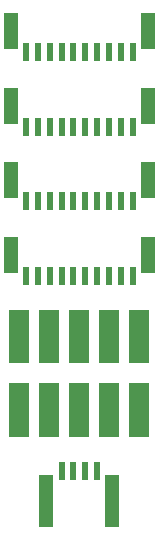
<source format=gbr>
G04 #@! TF.GenerationSoftware,KiCad,Pcbnew,5.1.0-rc2-unknown-036be7d~80~ubuntu16.04.1*
G04 #@! TF.CreationDate,2023-05-22T15:02:47+03:00*
G04 #@! TF.ProjectId,UEXT-P4Q_Rev_A,55455854-2d50-4345-915f-5265765f412e,A*
G04 #@! TF.SameCoordinates,Original*
G04 #@! TF.FileFunction,Paste,Top*
G04 #@! TF.FilePolarity,Positive*
%FSLAX46Y46*%
G04 Gerber Fmt 4.6, Leading zero omitted, Abs format (unit mm)*
G04 Created by KiCad (PCBNEW 5.1.0-rc2-unknown-036be7d~80~ubuntu16.04.1) date 2023-05-22 15:02:47*
%MOMM*%
%LPD*%
G04 APERTURE LIST*
%ADD10R,1.200000X3.100000*%
%ADD11R,0.600000X1.550000*%
%ADD12R,0.500000X1.550000*%
%ADD13R,1.200000X4.500000*%
%ADD14C,1.700000*%
%ADD15C,0.100000*%
G04 APERTURE END LIST*
D10*
X92800000Y-128850000D03*
X81200000Y-128850000D03*
D11*
X91500000Y-130625000D03*
X90500000Y-130625000D03*
X89500000Y-130625000D03*
X88500000Y-130625000D03*
X87500000Y-130625000D03*
X86500000Y-130625000D03*
X85500000Y-130625000D03*
X84500000Y-130625000D03*
X83500000Y-130625000D03*
X82500000Y-130625000D03*
D12*
X88500000Y-166100000D03*
X86500000Y-166100000D03*
X87500000Y-166100000D03*
D13*
X84200000Y-168575000D03*
X89800000Y-168575000D03*
D12*
X85500000Y-166100000D03*
D14*
X81920000Y-160925000D03*
D15*
G36*
X81070000Y-163200000D02*
G01*
X81070000Y-158650000D01*
X82770000Y-158650000D01*
X82770000Y-163200000D01*
X81070000Y-163200000D01*
X81070000Y-163200000D01*
G37*
D14*
X84460000Y-160925000D03*
D15*
G36*
X83610000Y-163200000D02*
G01*
X83610000Y-158650000D01*
X85310000Y-158650000D01*
X85310000Y-163200000D01*
X83610000Y-163200000D01*
X83610000Y-163200000D01*
G37*
D14*
X87000000Y-160925000D03*
D15*
G36*
X86150000Y-163200000D02*
G01*
X86150000Y-158650000D01*
X87850000Y-158650000D01*
X87850000Y-163200000D01*
X86150000Y-163200000D01*
X86150000Y-163200000D01*
G37*
D14*
X89540000Y-160925000D03*
D15*
G36*
X88690000Y-163200000D02*
G01*
X88690000Y-158650000D01*
X90390000Y-158650000D01*
X90390000Y-163200000D01*
X88690000Y-163200000D01*
X88690000Y-163200000D01*
G37*
D14*
X92080000Y-160925000D03*
D15*
G36*
X91230000Y-163200000D02*
G01*
X91230000Y-158650000D01*
X92930000Y-158650000D01*
X92930000Y-163200000D01*
X91230000Y-163200000D01*
X91230000Y-163200000D01*
G37*
D14*
X92080000Y-154675000D03*
D15*
G36*
X91230000Y-156950000D02*
G01*
X91230000Y-152400000D01*
X92930000Y-152400000D01*
X92930000Y-156950000D01*
X91230000Y-156950000D01*
X91230000Y-156950000D01*
G37*
D14*
X89540000Y-154675000D03*
D15*
G36*
X88690000Y-156950000D02*
G01*
X88690000Y-152400000D01*
X90390000Y-152400000D01*
X90390000Y-156950000D01*
X88690000Y-156950000D01*
X88690000Y-156950000D01*
G37*
D14*
X81920000Y-154675000D03*
D15*
G36*
X81070000Y-156950000D02*
G01*
X81070000Y-152400000D01*
X82770000Y-152400000D01*
X82770000Y-156950000D01*
X81070000Y-156950000D01*
X81070000Y-156950000D01*
G37*
D14*
X84460000Y-154675000D03*
D15*
G36*
X83610000Y-156950000D02*
G01*
X83610000Y-152400000D01*
X85310000Y-152400000D01*
X85310000Y-156950000D01*
X83610000Y-156950000D01*
X83610000Y-156950000D01*
G37*
D14*
X87000000Y-154675000D03*
D15*
G36*
X86150000Y-156950000D02*
G01*
X86150000Y-152400000D01*
X87850000Y-152400000D01*
X87850000Y-156950000D01*
X86150000Y-156950000D01*
X86150000Y-156950000D01*
G37*
D10*
X92800000Y-135150000D03*
X81200000Y-135150000D03*
D11*
X91500000Y-136925000D03*
X90500000Y-136925000D03*
X89500000Y-136925000D03*
X88500000Y-136925000D03*
X87500000Y-136925000D03*
X86500000Y-136925000D03*
X85500000Y-136925000D03*
X84500000Y-136925000D03*
X83500000Y-136925000D03*
X82500000Y-136925000D03*
X82500000Y-143225000D03*
X83500000Y-143225000D03*
X84500000Y-143225000D03*
X85500000Y-143225000D03*
X86500000Y-143225000D03*
X87500000Y-143225000D03*
X88500000Y-143225000D03*
X89500000Y-143225000D03*
X90500000Y-143225000D03*
X91500000Y-143225000D03*
D10*
X81200000Y-141450000D03*
X92800000Y-141450000D03*
X92800000Y-147750000D03*
X81200000Y-147750000D03*
D11*
X91500000Y-149525000D03*
X90500000Y-149525000D03*
X89500000Y-149525000D03*
X88500000Y-149525000D03*
X87500000Y-149525000D03*
X86500000Y-149525000D03*
X85500000Y-149525000D03*
X84500000Y-149525000D03*
X83500000Y-149525000D03*
X82500000Y-149525000D03*
M02*

</source>
